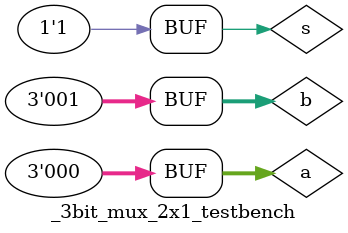
<source format=v>
`define DELAY 20
module _3bit_mux_2x1_testbench();
reg [2:0] a, b;
reg s;
wire [2:0] r;

_3bit_mux_2x1 mux0(r, s, a, b);

initial begin
a = 3'b000; b = 3'b001; s = 1'b0;
#`DELAY;
a = 3'b000; b = 3'b001; s = 1'b1;
end

initial 
begin
$monitor("time = %2d\na = %3b\nb = %3b\ns = %1b\nr = %3b", $time, a, b, s, r);
end
endmodule

</source>
